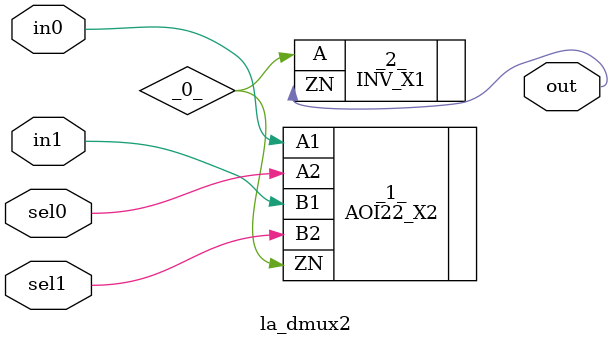
<source format=v>

/* Generated by Yosys 0.44 (git sha1 80ba43d26, g++ 11.4.0-1ubuntu1~22.04 -fPIC -O3) */

(* top =  1  *)
(* src = "generated" *)
(* keep_hierarchy *)
module la_dmux2 (
    sel1,
    sel0,
    in1,
    in0,
    out
);
  wire _0_;
  (* src = "generated" *)
  input in0;
  wire in0;
  (* src = "generated" *)
  input in1;
  wire in1;
  (* src = "generated" *)
  output out;
  wire out;
  (* src = "generated" *)
  input sel0;
  wire sel0;
  (* src = "generated" *)
  input sel1;
  wire sel1;
  AOI22_X2 _1_ (
      .A1(in0),
      .A2(sel0),
      .B1(in1),
      .B2(sel1),
      .ZN(_0_)
  );
  INV_X1 _2_ (
      .A (_0_),
      .ZN(out)
  );
endmodule

</source>
